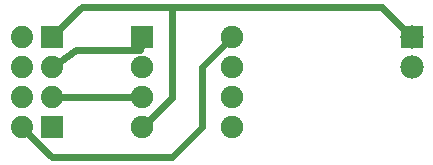
<source format=gtl>
G04 MADE WITH FRITZING*
G04 WWW.FRITZING.ORG*
G04 DOUBLE SIDED*
G04 HOLES PLATED*
G04 CONTOUR ON CENTER OF CONTOUR VECTOR*
%ASAXBY*%
%FSLAX23Y23*%
%MOIN*%
%OFA0B0*%
%SFA1.0B1.0*%
%ADD10C,0.074472*%
%ADD11C,0.078000*%
%ADD12C,0.075000*%
%ADD13R,0.074108X0.074472*%
%ADD14R,0.078000X0.078000*%
%ADD15R,0.075000X0.075000*%
%ADD16C,0.024000*%
%LNCOPPER1*%
G90*
G70*
G54D10*
X244Y442D03*
X144Y442D03*
X244Y341D03*
X144Y341D03*
X244Y240D03*
X144Y240D03*
X244Y140D03*
X144Y140D03*
X244Y442D03*
X144Y442D03*
X244Y341D03*
X144Y341D03*
X244Y240D03*
X144Y240D03*
X244Y140D03*
X144Y140D03*
G54D11*
X1444Y440D03*
X1444Y340D03*
G54D12*
X544Y440D03*
X844Y440D03*
X544Y340D03*
X844Y340D03*
X544Y240D03*
X844Y240D03*
X544Y140D03*
X844Y140D03*
G54D13*
X244Y442D03*
X244Y442D03*
X244Y140D03*
G54D14*
X1444Y440D03*
G54D15*
X544Y440D03*
G54D16*
X516Y240D02*
X276Y240D01*
D02*
X270Y359D02*
X324Y398D01*
X324Y398D02*
X540Y398D01*
X540Y398D02*
X541Y412D01*
D02*
X267Y464D02*
X344Y540D01*
D02*
X344Y540D02*
X644Y540D01*
D02*
X644Y540D02*
X644Y239D01*
D02*
X644Y239D02*
X565Y160D01*
D02*
X1423Y462D02*
X1345Y540D01*
D02*
X1345Y540D02*
X644Y540D01*
D02*
X824Y420D02*
X744Y341D01*
D02*
X744Y341D02*
X744Y140D01*
D02*
X744Y140D02*
X644Y40D01*
D02*
X644Y40D02*
X244Y40D01*
D02*
X244Y40D02*
X167Y118D01*
G04 End of Copper1*
M02*
</source>
